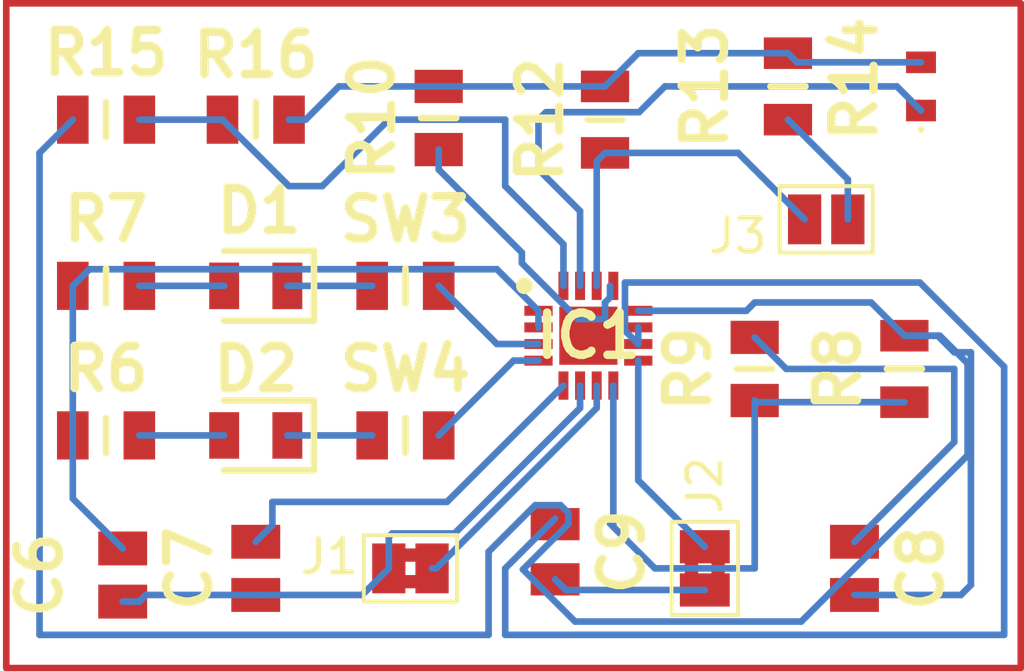
<source format=kicad_pcb>
(kicad_pcb (version 20240108) (generator "pcbnew") (generator_version "8.0")
  (layers (0 "F.Cu" signal) (31 "B.Cu" signal) (34 "B.Paste" user) (35 "F.Paste" user) (36 "B.SilkS" user "B.Silkscreen") (37 "F.SilkS" user "F.Silkscreen") (38 "B.Mask" user) (39 "F.Mask" user) (44 "Edge.Cuts" user))
  (net 0 "")
  (net 1 "Net-(IC1-GND)")
  (net 2 "Net-(IC1-VIN)")
  (net 3 "Net-(IC1-TPRG)")
  (net 4 "Net-(IC1-VREF)")
  (net 5 "Net-(J2-B)")
  (net 6 "Net-(IC1-VOSNS)")
  (net 7 "Net-(D1-K)")
  (net 8 "Net-(D1-A)")
  (net 9 "Net-(D2-A)")
  (net 10 "Net-(D2-K)")
  (net 11 "Net-(IC1-VPRE)")
  (net 13 "Net-(IC1-IEND)")
  (net 14 "Net-(IC1-ST2)")
  (net 15 "Net-(IC1-ST1)")
  (net 16 "Net-(IC1-TH)")
  (net 17 "Net-(IC1-VOPRG)")
  (net 18 "Net-(IC1-SD)")
  (net 19 "Net-(IC1-IPRE)")
  (net 20 "Net-(IC1-IPRG)")
  (net 21 "Net-(J3-B)")
  (footprint "R10:RESC2012X60N" (layer "F.Cu") (at 124.5 75.95 90)
    (property "Reference" "R10" (at 0 -2 90) (layer "F.SilkS") (effects (font (size 1.27 1.27) (thickness 0.254))))
    (property "Value" "CR0805-FX-3301GLF" (hide yes))
    (fp_line (start 0 -0.525) (end 0 0.525) (stroke (width 0.2)) (layer "F.SilkS"))
    (pad "1" smd rect (at -0.95 0 90) (size 1 1.45) (layers "F.Cu" "F.Paste" "F.Mask") (net 13 "Net-(IC1-IEND)"))
    (pad "2" smd rect (at 0.95 0 90) (size 1 1.45) (layers "F.Cu" "F.Paste" "F.Mask") (net 1 "Net-(IC1-GND)"))
  )
  (footprint "R5_SW3_SW4_VRS:RESC2012X50N" (layer "F.Cu") (at 119 76)
    (property "Reference" "R16" (at 0 -1.95 0) (layer "F.SilkS") (effects (font (size 1.27 1.27) (thickness 0.254))))
    (property "Value" "CRCW08050000Z0EA" (hide yes))
    (fp_line (start 0 -0.525) (end 0 0.525) (stroke (width 0.2)) (layer "F.SilkS"))
    (pad "1" smd rect (at -1 0) (size 0.95 1.45) (layers "F.Cu" "F.Paste" "F.Mask") (net 19 "Net-(IC1-IPRE)"))
    (pad "2" smd rect (at 1 0) (size 0.95 1.45) (layers "F.Cu" "F.Paste" "F.Mask") (net 1 "Net-(IC1-GND)"))
  )
  (footprint "C7:CAPC2012X88N" (layer "F.Cu") (at 119 89.5 90)
    (property "Reference" "C7" (at 0 -2 90) (layer "F.SilkS") (effects (font (size 1.27 1.27) (thickness 0.254))))
    (property "Value" "C0805C103K5RAC" (hide yes))
    (pad "1" smd rect (at -0.8 0 90) (size 1.02 1.47) (layers "F.Cu" "F.Paste" "F.Mask") (net 1 "Net-(IC1-GND)"))
    (pad "2" smd rect (at 0.8 0 90) (size 1.02 1.47) (layers "F.Cu" "F.Paste" "F.Mask") (net 3 "Net-(IC1-TPRG)"))
  )
  (footprint "R3_RF1_RF2_R6_R7_R8:RESC2012X50N" (layer "F.Cu") (at 138.5 83.5 -90)
    (property "Reference" "R8" (at 0 2 90) (layer "F.SilkS") (effects (font (size 1.27 1.27) (thickness 0.254))))
    (property "Value" "CRCW08051K00FKEA" (hide yes))
    (fp_line (start 0 -0.525) (end 0 0.525) (stroke (width 0.2)) (layer "F.SilkS"))
    (pad "1" smd rect (at -1 0 270) (size 0.95 1.45) (layers "F.Cu" "F.Paste" "F.Mask") (net 4 "Net-(IC1-VREF)"))
    (pad "2" smd rect (at 1 0 270) (size 0.95 1.45) (layers "F.Cu" "F.Paste" "F.Mask") (net 16 "Net-(IC1-TH)"))
  )
  (footprint "R5_SW3_SW4_VRS:RESC2012X50N" (layer "F.Cu") (at 114.5 76)
    (property "Reference" "R15" (at 0 -2 0) (layer "F.SilkS") (effects (font (size 1.27 1.27) (thickness 0.254))))
    (property "Value" "CRCW08050000Z0EA" (hide yes))
    (fp_line (start 0 -0.525) (end 0 0.525) (stroke (width 0.2)) (layer "F.SilkS"))
    (pad "1" smd rect (at -1 0) (size 0.95 1.45) (layers "F.Cu" "F.Paste" "F.Mask") (net 4 "Net-(IC1-VREF)"))
    (pad "2" smd rect (at 1 0) (size 0.95 1.45) (layers "F.Cu" "F.Paste" "F.Mask") (net 19 "Net-(IC1-IPRE)"))
  )
  (footprint "C2_C4_C8:CAPC2012X88N" (layer "F.Cu") (at 137 89.5 90)
    (property "Reference" "C8" (at 0 2 90) (layer "F.SilkS") (effects (font (size 1.27 1.27) (thickness 0.254))))
    (property "Value" "C0805C102K5RAC" (hide yes))
    (pad "1" smd rect (at -0.8 0 90) (size 1.02 1.47) (layers "F.Cu" "F.Paste" "F.Mask") (net 4 "Net-(IC1-VREF)"))
    (pad "2" smd rect (at 0.8 0 90) (size 1.02 1.47) (layers "F.Cu" "F.Paste" "F.Mask") (net 1 "Net-(IC1-GND)"))
  )
  (footprint "R9:RESC2012X60N" (layer "F.Cu") (at 134 83.5 -90)
    (property "Reference" "R9" (at 0 2 90) (layer "F.SilkS") (effects (font (size 1.27 1.27) (thickness 0.254))))
    (property "Value" "CR0805-FX-4700GLF" (hide yes))
    (fp_line (start 0 -0.525) (end 0 0.525) (stroke (width 0.2)) (layer "F.SilkS"))
    (pad "1" smd rect (at -0.95 0 270) (size 1 1.45) (layers "F.Cu" "F.Paste" "F.Mask") (net 1 "Net-(IC1-GND)"))
    (pad "2" smd rect (at 0.95 0 270) (size 1 1.45) (layers "F.Cu" "F.Paste" "F.Mask") (net 16 "Net-(IC1-TH)"))
  )
  (footprint "R3_RF1_RF2_R6_R7_R8:RESC2012X50N" (layer "F.Cu") (at 114.5 85.5)
    (property "Reference" "R6" (at -0.005 -2 0) (layer "F.SilkS") (effects (font (size 1.27 1.27) (thickness 0.254))))
    (property "Value" "CRCW08051K00FKEA" (hide yes))
    (fp_line (start 0 -0.525) (end 0 0.525) (stroke (width 0.2)) (layer "F.SilkS"))
    (pad "1" smd rect (at -1 0) (size 0.95 1.45) (layers "F.Cu" "F.Paste" "F.Mask") (net 2 "Net-(IC1-VIN)"))
    (pad "2" smd rect (at 1 0) (size 0.95 1.45) (layers "F.Cu" "F.Paste" "F.Mask") (net 8 "Net-(D1-A)"))
  )
  (footprint "L6924D:QFN50P300X300X100-17N-D" (layer "F.Cu") (at 129 82.5)
    (property "Reference" "IC1" (at 0 0 0) (layer "F.SilkS") (effects (font (size 1.27 1.27) (thickness 0.254))))
    (property "Value" "L6924D" (hide yes))
    (fp_circle (center -1.925 -1.5) (end -1.925 -1.375) (stroke (width 0.25)) (fill none) (layer "F.SilkS"))
    (pad "1" smd rect (at -1.5 -0.75 90) (size 0.3 0.85) (layers "F.Cu" "F.Paste" "F.Mask") (net 2 "Net-(IC1-VIN)"))
    (pad "2" smd rect (at -1.5 -0.25 90) (size 0.3 0.85) (layers "F.Cu" "F.Paste" "F.Mask") (net 2 "Net-(IC1-VIN)"))
    (pad "3" smd rect (at -1.5 0.25 90) (size 0.3 0.85) (layers "F.Cu" "F.Paste" "F.Mask") (net 14 "Net-(IC1-ST2)"))
    (pad "4" smd rect (at -1.5 0.75 90) (size 0.3 0.85) (layers "F.Cu" "F.Paste" "F.Mask") (net 15 "Net-(IC1-ST1)"))
    (pad "5" smd rect (at -0.75 1.5) (size 0.3 0.85) (layers "F.Cu" "F.Paste" "F.Mask") (net 3 "Net-(IC1-TPRG)"))
    (pad "6" smd rect (at -0.25 1.5) (size 0.3 0.85) (layers "F.Cu" "F.Paste" "F.Mask") (net 1 "Net-(IC1-GND)"))
    (pad "7" smd rect (at 0.25 1.5) (size 0.3 0.85) (layers "F.Cu" "F.Paste" "F.Mask") (net 18 "Net-(IC1-SD)"))
    (pad "8" smd rect (at 0.75 1.5) (size 0.3 0.85) (layers "F.Cu" "F.Paste" "F.Mask") (net 16 "Net-(IC1-TH)"))
    (pad "9" smd rect (at 1.5 0.75 90) (size 0.3 0.85) (layers "F.Cu" "F.Paste" "F.Mask") (net 17 "Net-(IC1-VOPRG)"))
    (pad "10" smd rect (at 1.5 0.25 90) (size 0.3 0.85) (layers "F.Cu" "F.Paste" "F.Mask") (net 6 "Net-(IC1-VOSNS)"))
    (pad "11" smd rect (at 1.5 -0.25 90) (size 0.3 0.85) (layers "F.Cu" "F.Paste" "F.Mask") (net 6 "Net-(IC1-VOSNS)"))
    (pad "12" smd rect (at 1.5 -0.75 90) (size 0.3 0.85) (layers "F.Cu" "F.Paste" "F.Mask") (net 4 "Net-(IC1-VREF)"))
    (pad "13" smd rect (at 0.75 -1.5) (size 0.3 0.85) (layers "F.Cu" "F.Paste" "F.Mask") (net 13 "Net-(IC1-IEND)"))
    (pad "14" smd rect (at 0.25 -1.5) (size 0.3 0.85) (layers "F.Cu" "F.Paste" "F.Mask") (net 11 "Net-(IC1-VPRE)"))
    (pad "15" smd rect (at -0.25 -1.5) (size 0.3 0.85) (layers "F.Cu" "F.Paste" "F.Mask") (net 20 "Net-(IC1-IPRG)"))
    (pad "16" smd rect (at -0.75 -1.5) (size 0.3 0.85) (layers "F.Cu" "F.Paste" "F.Mask") (net 19 "Net-(IC1-IPRE)"))
    (pad "17" smd rect (at 0 0) (size 1.75 1.75) (layers "F.Cu" "F.Paste" "F.Mask"))
  )
  (footprint "Cin1_C6:CAPC2012X145N" (layer "F.Cu") (at 115 89.7 90)
    (property "Reference" "C6" (at 0 -2.5 90) (layer "F.SilkS") (effects (font (size 1.27 1.27) (thickness 0.254))))
    (property "Value" "C0805C476M9PAC7800" (hide yes))
    (pad "1" smd rect (at -0.8 0 90) (size 1.02 1.47) (layers "F.Cu" "F.Paste" "F.Mask") (net 1 "Net-(IC1-GND)"))
    (pad "2" smd rect (at 0.8 0 90) (size 1.02 1.47) (layers "F.Cu" "F.Paste" "F.Mask") (net 2 "Net-(IC1-VIN)"))
  )
  (footprint "Jumper:SolderJumper-2_P1.3mm_Bridged2Bar_Pad1.0x1.5mm" (layer "F.Cu") (at 132.5 89.5 -90)
    (property "Reference" "J2" (at -2.5 0 90) (layer "F.SilkS"))
    (property "Value" "Jumper")
    (fp_poly (pts (xy -0.25 0.2) (xy 0.25 0.2) (xy 0.25 0.6) (xy -0.25 0.6)) (fill solid) (layer "F.Cu"))
    (fp_poly (pts (xy -0.25 -0.6) (xy 0.25 -0.6) (xy 0.25 -0.2) (xy -0.25 -0.2)) (fill solid) (layer "F.Cu"))
    (fp_line (start -1.4 1) (end -1.4 -1) (stroke (width 0.12)) (layer "F.SilkS"))
    (fp_line (start 1.4 1) (end -1.4 1) (stroke (width 0.12)) (layer "F.SilkS"))
    (fp_line (start -1.4 -1) (end 1.4 -1) (stroke (width 0.12)) (layer "F.SilkS"))
    (fp_line (start 1.4 -1) (end 1.4 1) (stroke (width 0.12)) (layer "F.SilkS"))
    (pad "1" smd rect (at -0.65 0 270) (size 1 1.5) (layers "F.Cu" "F.Mask") (net 17 "Net-(IC1-VOPRG)"))
    (pad "2" smd rect (at 0.65 0 270) (size 1 1.5) (layers "F.Cu" "F.Mask") (net 5 "Net-(J2-B)"))
  )
  (footprint "R3_RF1_RF2_R6_R7_R8:RESC2012X50N" (layer "F.Cu") (at 114.5 81)
    (property "Reference" "R7" (at 0 -2 0) (layer "F.SilkS") (effects (font (size 1.27 1.27) (thickness 0.254))))
    (property "Value" "CRCW08051K00FKEA" (hide yes))
    (fp_line (start 0 -0.525) (end 0 0.525) (stroke (width 0.2)) (layer "F.SilkS"))
    (pad "1" smd rect (at -1 0) (size 0.95 1.45) (layers "F.Cu" "F.Paste" "F.Mask") (net 2 "Net-(IC1-VIN)"))
    (pad "2" smd rect (at 1 0) (size 0.95 1.45) (layers "F.Cu" "F.Paste" "F.Mask") (net 9 "Net-(D2-A)"))
  )
  (footprint "R5_SW3_SW4_VRS:RESC2012X50N" (layer "F.Cu") (at 135 75 90)
    (property "Reference" "R13" (at 0 -2.5 90) (layer "F.SilkS") (effects (font (size 1.27 1.27) (thickness 0.254))))
    (property "Value" "CRCW08050000Z0EA" (hide yes))
    (fp_line (start 0 -0.525) (end 0 0.525) (stroke (width 0.2)) (layer "F.SilkS"))
    (pad "1" smd rect (at -1 0 90) (size 0.95 1.45) (layers "F.Cu" "F.Paste" "F.Mask") (net 21 "Net-(J3-B)"))
    (pad "2" smd rect (at 1 0 90) (size 0.95 1.45) (layers "F.Cu" "F.Paste" "F.Mask") (net 1 "Net-(IC1-GND)"))
  )
  (footprint "R5_SW3_SW4_VRS:RESC2012X50N" (layer "F.Cu") (at 123.5 81)
    (property "Reference" "SW3" (at 0 -2 0) (layer "F.SilkS") (effects (font (size 1.27 1.27) (thickness 0.254))))
    (property "Value" "CRCW08050000Z0EA" (hide yes))
    (fp_line (start 0 -0.525) (end 0 0.525) (stroke (width 0.2)) (layer "F.SilkS"))
    (pad "1" smd rect (at -1 0) (size 0.95 1.45) (layers "F.Cu" "F.Paste" "F.Mask") (net 10 "Net-(D2-K)"))
    (pad "2" smd rect (at 1 0) (size 0.95 1.45) (layers "F.Cu" "F.Paste" "F.Mask") (net 14 "Net-(IC1-ST2)"))
  )
  (footprint "Jumper:SolderJumper-2_P1.3mm_Open_Pad1.0x1.5mm" (layer "F.Cu") (at 136.15 79)
    (property "Reference" "J3" (at -2.65 0.5 0) (layer "F.SilkS"))
    (property "Value" "Jumper_Open")
    (fp_line (start -1.4 -1) (end 1.4 -1) (stroke (width 0.12)) (layer "F.SilkS"))
    (fp_line (start -1.4 1) (end -1.4 -1) (stroke (width 0.12)) (layer "F.SilkS"))
    (fp_line (start 1.4 -1) (end 1.4 1) (stroke (width 0.12)) (layer "F.SilkS"))
    (fp_line (start 1.4 1) (end -1.4 1) (stroke (width 0.12)) (layer "F.SilkS"))
    (pad "1" smd rect (at -0.65 0) (size 1 1.5) (layers "F.Cu" "F.Mask") (net 11 "Net-(IC1-VPRE)"))
    (pad "2" smd rect (at 0.65 0) (size 1 1.5) (layers "F.Cu" "F.Mask") (net 21 "Net-(J3-B)"))
  )
  (footprint "R5_SW3_SW4_VRS:RESC2012X50N" (layer "F.Cu") (at 129.5 76 90)
    (property "Reference" "R12" (at 0 -1.95 90) (layer "F.SilkS") (effects (font (size 1.27 1.27) (thickness 0.254))))
    (property "Value" "CRCW08050000Z0EA" (hide yes))
    (fp_line (start 0 -0.525) (end 0 0.525) (stroke (width 0.2)) (layer "F.SilkS"))
    (pad "1" smd rect (at -1 0 90) (size 0.95 1.45) (layers "F.Cu" "F.Paste" "F.Mask") (net 11 "Net-(IC1-VPRE)"))
    (pad "2" smd rect (at 1 0 90) (size 0.95 1.45) (layers "F.Cu" "F.Paste" "F.Mask") (net 1 "Net-(IC1-GND)"))
  )
  (footprint "R5_SW3_SW4_VRS:RESC2012X50N" (layer "F.Cu") (at 123.5 85.5)
    (property "Reference" "SW4" (at 0 -2 0) (layer "F.SilkS") (effects (font (size 1.27 1.27) (thickness 0.254))))
    (property "Value" "CRCW08050000Z0EA" (hide yes))
    (fp_line (start 0 -0.525) (end 0 0.525) (stroke (width 0.2)) (layer "F.SilkS"))
    (pad "1" smd rect (at -1 0) (size 0.95 1.45) (layers "F.Cu" "F.Paste" "F.Mask") (net 7 "Net-(D1-K)"))
    (pad "2" smd rect (at 1 0) (size 0.95 1.45) (layers "F.Cu" "F.Paste" "F.Mask") (net 15 "Net-(IC1-ST1)"))
  )
  (footprint "D1_D2:LEDC2012X110N" (layer "F.Cu") (at 119 85.5 180)
    (property "Reference" "D1" (at -0.1 6.75 180) (layer "F.SilkS") (effects (font (size 1.27 1.27) (thickness 0.254))))
    (property "Value" "KP-2012SGC" (hide yes))
    (fp_line (start 0.95 -1.05) (end -1.75 -1.05) (stroke (width 0.2)) (layer "F.SilkS"))
    (fp_line (start -1.75 1.05) (end 0.95 1.05) (stroke (width 0.2)) (layer "F.SilkS"))
    (fp_line (start -1.75 -1.05) (end -1.75 1.05) (stroke (width 0.2)) (layer "F.SilkS"))
    (pad "1" smd rect (at -0.95 0 180) (size 0.9 1.4) (layers "F.Cu" "F.Paste" "F.Mask") (net 7 "Net-(D1-K)"))
    (pad "2" smd rect (at 0.95 0 180) (size 0.9 1.4) (layers "F.Cu" "F.Paste" "F.Mask") (net 8 "Net-(D1-A)"))
  )
  (footprint "R14:ERA3AEB101V" (layer "F.Cu") (at 139 75 90)
    (property "Reference" "R14" (at 0.225 -2 90) (layer "F.SilkS") (effects (font (size 1.27 1.27) (thickness 0.254))))
    (property "Value" "ERA-3AEB243V" (hide yes))
    (fp_line (start -1.3 -0.05) (end -1.3 -0.05) (stroke (width 0.1)) (layer "F.SilkS"))
    (fp_line (start -1.3 0.05) (end -1.3 0.05) (stroke (width 0.1)) (layer "F.SilkS"))
    (fp_arc (start -1.3 -0.05) (mid -1.25 0) (end -1.3 0.05) (stroke (width 0.1)) (layer "F.SilkS"))
    (fp_arc (start -1.3 0.05) (mid -1.35 0) (end -1.3 -0.05) (stroke (width 0.1)) (layer "F.SilkS"))
    (pad "1" smd rect (at -0.725 0 90) (size 0.65 0.9) (layers "F.Cu" "F.Paste" "F.Mask") (net 20 "Net-(IC1-IPRG)"))
    (pad "2" smd rect (at 0.725 0 90) (size 0.65 0.9) (layers "F.Cu" "F.Paste" "F.Mask") (net 1 "Net-(IC1-GND)"))
  )
  (footprint "Jumper:SolderJumper-2_P1.3mm_Bridged2Bar_Pad1.0x1.5mm" (layer "F.Cu") (at 123.65 89.5)
    (property "Reference" "J1" (at -2.43 -0.35 0) (layer "F.SilkS"))
    (property "Value" "Jumper")
    (fp_poly (pts (xy -0.25 -0.6) (xy 0.25 -0.6) (xy 0.25 -0.2) (xy -0.25 -0.2)) (fill solid) (layer "F.Cu"))
    (fp_poly (pts (xy -0.25 0.2) (xy 0.25 0.2) (xy 0.25 0.6) (xy -0.25 0.6)) (fill solid) (layer "F.Cu"))
    (fp_line (start -1.4 -1) (end 1.4 -1) (stroke (width 0.12)) (layer "F.SilkS"))
    (fp_line (start -1.4 1) (end -1.4 -1) (stroke (width 0.12)) (layer "F.SilkS"))
    (fp_line (start 1.4 -1) (end 1.4 1) (stroke (width 0.12)) (layer "F.SilkS"))
    (fp_line (start 1.4 1) (end -1.4 1) (stroke (width 0.12)) (layer "F.SilkS"))
    (pad "1" smd rect (at -0.65 0) (size 1 1.5) (layers "F.Cu" "F.Mask") (net 1 "Net-(IC1-GND)"))
    (pad "2" smd rect (at 0.65 0) (size 1 1.5) (layers "F.Cu" "F.Mask") (net 18 "Net-(IC1-SD)"))
  )
  (footprint "D1_D2:LEDC2012X110N" (layer "F.Cu") (at 119 81 180)
    (property "Reference" "D2" (at 0 -2.5 0) (layer "F.SilkS") (effects (font (size 1.27 1.27) (thickness 0.254))))
    (property "Value" "KP-2012SGC" (hide yes))
    (fp_line (start 0.95 -1.05) (end -1.75 -1.05) (stroke (width 0.2)) (layer "F.SilkS"))
    (fp_line (start -1.75 1.05) (end 0.95 1.05) (stroke (width 0.2)) (layer "F.SilkS"))
    (fp_line (start -1.75 -1.05) (end -1.75 1.05) (stroke (width 0.2)) (layer "F.SilkS"))
    (pad "1" smd rect (at -0.95 0 180) (size 0.9 1.4) (layers "F.Cu" "F.Paste" "F.Mask") (net 10 "Net-(D2-K)"))
    (pad "2" smd rect (at 0.95 0 180) (size 0.9 1.4) (layers "F.Cu" "F.Paste" "F.Mask") (net 9 "Net-(D2-A)"))
  )
  (footprint "C9:CAPC2012X145N" (layer "F.Cu") (at 128 89 -90)
    (property "Reference" "C9" (at 0 -2 90) (layer "F.SilkS") (effects (font (size 1.27 1.27) (thickness 0.254))))
    (property "Value" "GRM21BF51A475ZA01L" (hide yes))
    (pad "1" smd rect (at -0.83 0 270) (size 0.97 1.47) (layers "F.Cu" "F.Paste" "F.Mask") (net 6 "Net-(IC1-VOSNS)"))
    (pad "2" smd rect (at 0.83 0 270) (size 0.97 1.47) (layers "F.Cu" "F.Paste" "F.Mask") (net 5 "Net-(J2-B)"))
  )
  (gr_rect (start 111.5 72.5) (end 142 92.5) (stroke (width 0.2)) (fill none) (layer "F.Cu") (net 1))
  (segment (start 135.275 74.275) (end 135 74) (width 0.2) (layer "B.Cu") (net 1))
  (segment (start 120.5 76) (end 121.5 75) (width 0.2) (layer "B.Cu") (net 1))
  (segment (start 140 85.7) (end 137 88.7) (width 0.2) (layer "B.Cu") (net 1))
  (segment (start 130.5 74) (end 135 74) (width 0.2) (layer "B.Cu") (net 1))
  (segment (start 128.75 84.675) (end 124.975 88.45) (width 0.2) (layer "B.Cu") (net 1))
  (segment (start 115.5 90.5) (end 115.7 90.3) (width 0.2) (layer "B.Cu") (net 1))
  (segment (start 124.5 75) (end 129.5 75) (width 0.2) (layer "B.Cu") (net 1))
  (segment (start 140 83.5) (end 140 85.7) (width 0.2) (layer "B.Cu") (net 1))
  (segment (start 119 90.3) (end 122.2 90.3) (width 0.2) (layer "B.Cu") (net 1))
  (segment (start 115.7 90.3) (end 119 90.3) (width 0.2) (layer "B.Cu") (net 1))
  (segment (start 120 76) (end 120.5 76) (width 0.2) (layer "B.Cu") (net 1))
  (segment (start 134.95 83.5) (end 140 83.5) (width 0.2) (layer "B.Cu") (net 1))
  (segment (start 121.5 75) (end 124.5 75) (width 0.2) (layer "B.Cu") (net 1))
  (segment (start 139 74.275) (end 135.275 74.275) (width 0.2) (layer "B.Cu") (net 1))
  (segment (start 123 88.55) (end 123 89.5) (width 0.2) (layer "B.Cu") (net 1))
  (segment (start 129.5 75) (end 130.5 74) (width 0.2) (layer "B.Cu") (net 1))
  (segment (start 124.975 88.45) (end 123.1 88.45) (width 0.2) (layer "B.Cu") (net 1))
  (segment (start 123.1 88.45) (end 123 88.55) (width 0.2) (layer "B.Cu") (net 1))
  (segment (start 128.75 84) (end 128.75 84.675) (width 0.2) (layer "B.Cu") (net 1))
  (segment (start 115 90.5) (end 115.5 90.5) (width 0.2) (layer "B.Cu") (net 1))
  (segment (start 134 82.55) (end 134.95 83.5) (width 0.2) (layer "B.Cu") (net 1))
  (segment (start 122.2 90.3) (end 123 89.5) (width 0.2) (layer "B.Cu") (net 1))
  (segment (start 114 80.5) (end 126.25 80.5) (width 0.2) (layer "B.Cu") (net 2))
  (segment (start 127.5 81.75) (end 127.5 82.25) (width 0.2) (layer "B.Cu") (net 2))
  (segment (start 126.25 80.5) (end 127.5 81.75) (width 0.2) (layer "B.Cu") (net 2))
  (segment (start 113.5 87.4) (end 113.5 81) (width 0.2) (layer "B.Cu") (net 2))
  (segment (start 115 88.9) (end 113.5 87.4) (width 0.2) (layer "B.Cu") (net 2))
  (segment (start 113.5 81) (end 114 80.5) (width 0.2) (layer "B.Cu") (net 2))
  (segment (start 128.25 84) (end 124.75 87.5) (width 0.2) (layer "B.Cu") (net 3))
  (segment (start 119.5 88.2) (end 119 88.7) (width 0.2) (layer "B.Cu") (net 3))
  (segment (start 124.75 87.5) (end 119.5 87.5) (width 0.2) (layer "B.Cu") (net 3))
  (segment (start 119.5 87.5) (end 119.5 88.2) (width 0.2) (layer "B.Cu") (net 3))
  (segment (start 140.4 83.334315) (end 140.4 86.1) (width 0.2) (layer "B.Cu") (net 4))
  (segment (start 140 83) (end 139.5 82.5) (width 0.2) (layer "B.Cu") (net 4))
  (segment (start 127.4 87.6) (end 126 89) (width 0.2) (layer "B.Cu") (net 4))
  (segment (start 128.165686 87.6) (end 127.4 87.6) (width 0.2) (layer "B.Cu") (net 4))
  (segment (start 140.5 90) (end 140.5 83) (width 0.2) (layer "B.Cu") (net 4))
  (segment (start 140.5 83) (end 140 83) (width 0.2) (layer "B.Cu") (net 4))
  (segment (start 112.5 77) (end 113.5 76) (width 0.2) (layer "B.Cu") (net 4))
  (segment (start 135.4 91.1) (end 128.6 91.1) (width 0.2) (layer "B.Cu") (net 4))
  (segment (start 130.5 81.75) (end 133.75 81.75) (width 0.2) (layer "B.Cu") (net 4))
  (segment (start 134 81.5) (end 137.5 81.5) (width 0.2) (layer "B.Cu") (net 4))
  (segment (start 133.75 81.75) (end 134 81.5) (width 0.2) (layer "B.Cu") (net 4))
  (segment (start 128.4 87.834314) (end 128.165686 87.6) (width 0.2) (layer "B.Cu") (net 4))
  (segment (start 127.032843 89.532843) (end 128.4 88.165686) (width 0.2) (layer "B.Cu") (net 4))
  (segment (start 139.565685 82.5) (end 140.4 83.334315) (width 0.2) (layer "B.Cu") (net 4))
  (segment (start 128.6 91.1) (end 127.032843 89.532843) (width 0.2) (layer "B.Cu") (net 4))
  (segment (start 140.2 90.3) (end 140.5 90) (width 0.2) (layer "B.Cu") (net 4))
  (segment (start 138.5 82.5) (end 139.565685 82.5) (width 0.2) (layer "B.Cu") (net 4))
  (segment (start 126 91.5) (end 112.5 91.5) (width 0.2) (layer "B.Cu") (net 4))
  (segment (start 137.5 81.5) (end 138.5 82.5) (width 0.2) (layer "B.Cu") (net 4))
  (segment (start 140.4 86.1) (end 135.4 91.1) (width 0.2) (layer "B.Cu") (net 4))
  (segment (start 137 90.3) (end 140.2 90.3) (width 0.2) (layer "B.Cu") (net 4))
  (segment (start 139.5 82.5) (end 138.5 82.5) (width 0.2) (layer "B.Cu") (net 4))
  (segment (start 126 89) (end 126 91.5) (width 0.2) (layer "B.Cu") (net 4))
  (segment (start 128.4 88.165686) (end 128.4 87.834314) (width 0.2) (layer "B.Cu") (net 4))
  (segment (start 112.5 91.5) (end 112.5 77) (width 0.2) (layer "B.Cu") (net 4))
  (segment (start 132.5 90.15) (end 128.32 90.15) (width 0.2) (layer "B.Cu") (net 5))
  (segment (start 128.32 90.15) (end 128 89.83) (width 0.2) (layer "B.Cu") (net 5))
  (segment (start 141.5 91.5) (end 126.5 91.5) (width 0.2) (layer "B.Cu") (net 6))
  (segment (start 130.5 82.25) (end 130.5 82.75) (width 0.2) (layer "B.Cu") (net 6))
  (segment (start 130.5 82.75) (end 130.1 82.35) (width 0.2) (layer "B.Cu") (net 6))
  (segment (start 126.5 89.5) (end 128 88) (width 0.2) (layer "B.Cu") (net 6))
  (segment (start 141.5 83.434315) (end 138.965685 80.9) (width 0.2) (layer "B.Cu") (net 6))
  (segment (start 138.965685 80.9) (end 130.1 80.9) (width 0.2) (layer "B.Cu") (net 6))
  (segment (start 126.5 91.5) (end 126.5 89.5) (width 0.2) (layer "B.Cu") (net 6))
  (segment (start 141.5 91.5) (end 141.5 83.434315) (width 0.2) (layer "B.Cu") (net 6))
  (segment (start 130.1 82.35) (end 130.1 80.9) (width 0.2) (layer "B.Cu") (net 6))
  (segment (start 122.5 85.5) (end 119.95 85.5) (width 0.2) (layer "B.Cu") (net 7))
  (segment (start 115.5 85.5) (end 118.05 85.5) (width 0.2) (layer "B.Cu") (net 8))
  (segment (start 118.05 81) (end 115.5 81) (width 0.2) (layer "B.Cu") (net 9))
  (segment (start 122.5 81) (end 119.95 81) (width 0.2) (layer "B.Cu") (net 10))
  (segment (start 129.5 77) (end 133.5 77) (width 0.2) (layer "B.Cu") (net 11))
  (segment (start 129.25 77.25) (end 129.5 77) (width 0.2) (layer "B.Cu") (net 11))
  (segment (start 133.5 77) (end 135.5 79) (width 0.2) (layer "B.Cu") (net 11))
  (segment (start 129.25 81) (end 129.25 77.25) (width 0.2) (layer "B.Cu") (net 11))
  (segment (start 127 80.315685) (end 128.684315 82) (width 0.2) (layer "B.Cu") (net 13))
  (segment (start 128.684315 82) (end 129.5 82) (width 0.2) (layer "B.Cu") (net 13))
  (segment (start 129.5 81.5) (end 129.65 81.35) (width 0.2) (layer "B.Cu") (net 13))
  (segment (start 124.5 77.5) (end 127 80) (width 0.2) (layer "B.Cu") (net 13))
  (segment (start 124.5 76.9) (end 124.5 77.5) (width 0.2) (layer "B.Cu") (net 13))
  (segment (start 129.65 81.35) (end 129.65 81) (width 0.2) (layer "B.Cu") (net 13))
  (segment (start 127 80) (end 127 80.315685) (width 0.2) (layer "B.Cu") (net 13))
  (segment (start 129.5 82) (end 129.5 81.5) (width 0.2) (layer "B.Cu") (net 13))
  (segment (start 126.25 82.75) (end 124.5 81) (width 0.2) (layer "B.Cu") (net 14))
  (segment (start 127.5 82.75) (end 126.25 82.75) (width 0.2) (layer "B.Cu") (net 14))
  (segment (start 127.5 83.25) (end 126.75 83.25) (width 0.2) (layer "B.Cu") (net 15))
  (segment (start 126.75 83.25) (end 124.5 85.5) (width 0.2) (layer "B.Cu") (net 15))
  (segment (start 129.75 88.25) (end 130 88.5) (width 0.2) (layer "F.Cu") (net 16))
  (segment (start 129.75 84) (end 129.75 88.25) (width 0.2) (layer "B.Cu") (net 16))
  (segment (start 131 89.5) (end 129.65 88.15) (width 0.2) (layer "B.Cu") (net 16))
  (segment (start 134 89.5) (end 131 89.5) (width 0.2) (layer "B.Cu") (net 16))
  (segment (start 138.5 84.5) (end 134.05 84.5) (width 0.2) (layer "B.Cu") (net 16))
  (segment (start 134 84.45) (end 134 89.5) (width 0.2) (layer "B.Cu") (net 16))
  (segment (start 134.05 84.5) (end 134 84.45) (width 0.2) (layer "B.Cu") (net 16))
  (segment (start 130.5 83.25) (end 130.5 86.85) (width 0.2) (layer "B.Cu") (net 17))
  (segment (start 130.5 86.85) (end 132.5 88.85) (width 0.2) (layer "B.Cu") (net 17))
  (segment (start 129.25 84.675) (end 124.425 89.5) (width 0.2) (layer "B.Cu") (net 18))
  (segment (start 129.25 84) (end 129.25 84.675) (width 0.2) (layer "B.Cu") (net 18))
  (segment (start 124.425 89.5) (end 124.3 89.5) (width 0.2) (layer "B.Cu") (net 18))
  (segment (start 126.5 76) (end 123 76) (width 0.2) (layer "B.Cu") (net 19))
  (segment (start 126.5 78) (end 126.5 76) (width 0.2) (layer "B.Cu") (net 19))
  (segment (start 115.5 76) (end 118 76) (width 0.2) (layer "B.Cu") (net 19))
  (segment (start 123 76) (end 121 78) (width 0.2) (layer "B.Cu") (net 19))
  (segment (start 120 78) (end 118 76) (width 0.2) (layer "B.Cu") (net 19))
  (segment (start 121 78) (end 120 78) (width 0.2) (layer "B.Cu") (net 19))
  (segment (start 128.25 79.75) (end 126.5 78) (width 0.2) (layer "B.Cu") (net 19))
  (segment (start 128.25 81) (end 128.25 79.75) (width 0.2) (layer "B.Cu") (net 19))
  (segment (start 127.725 75.775) (end 127.5 76) (width 0.2) (layer "B.Cu") (net 20))
  (segment (start 131.3 75) (end 130.525 75.775) (width 0.2) (layer "B.Cu") (net 20))
  (segment (start 139 75.725) (end 138.275 75) (width 0.2) (layer "B.Cu") (net 20))
  (segment (start 130.525 75.775) (end 127.725 75.775) (width 0.2) (layer "B.Cu") (net 20))
  (segment (start 127.5 76) (end 127.5 77.5) (width 0.2) (layer "B.Cu") (net 20))
  (segment (start 127.5 77.5) (end 128.75 78.75) (width 0.2) (layer "B.Cu") (net 20))
  (segment (start 138.275 75) (end 131.3 75) (width 0.2) (layer "B.Cu") (net 20))
  (segment (start 128.75 78.75) (end 128.75 81) (width 0.2) (layer "B.Cu") (net 20))
  (segment (start 135 76) (end 136.8 77.8) (width 0.2) (layer "B.Cu") (net 21))
  (segment (start 136.8 77.8) (end 136.8 79) (width 0.2) (layer "B.Cu") (net 21))
)
</source>
